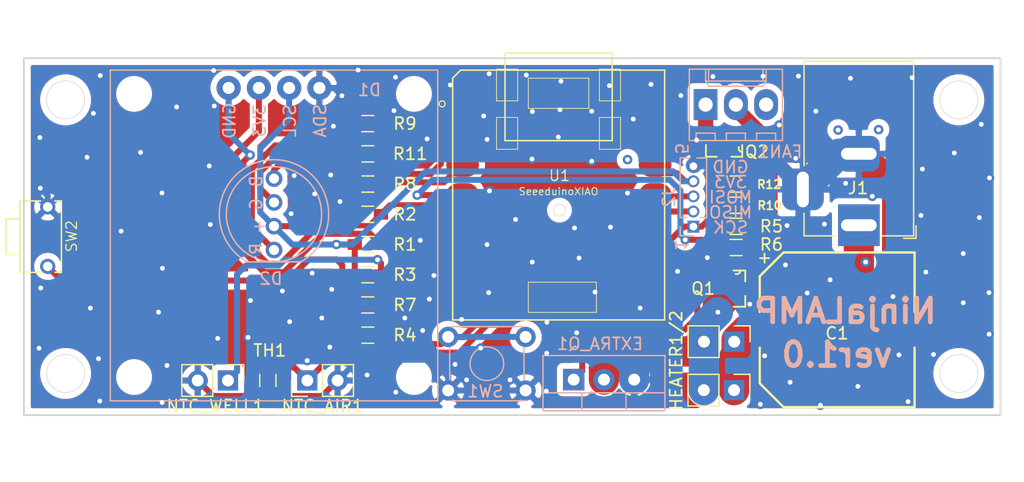
<source format=kicad_pcb>
(kicad_pcb (version 20171130) (host pcbnew "(5.1.6-0-10_14)")
  (layers (0 F.Cu signal) (31 B.Cu signal) (34 B.Paste user) (35 F.Paste user) (36 B.SilkS user) (37 F.SilkS user) (38 B.Mask user) (39 F.Mask user) (44 Edge.Cuts user))
  (net 0 "")
  (net 1 +12V)
  (net 2 GND)
  (net 3 +3V3)
  (net 4 SCL)
  (net 5 SDA)
  (net 6 "Net-(D2-Pad1)")
  (net 7 "Net-(D2-Pad4)")
  (net 8 /Q2)
  (net 9 D10)
  (net 10 TACT)
  (net 11 FAN)
  (net 12 AIN_AIR)
  (net 13 AIN_WELL)
  (net 14 /Q1)
  (net 15 HEATER)
  (net 16 LED_B)
  (net 17 LED_R)
  (net 18 LED_G)
  (net 19 "Net-(D2-Pad2)")
  (net 20 "Net-(FAN1-Pad1)")
  (net 21 "Net-(Q2-Pad1)")
  (module Pin_Headers:Pin_Header_Straight_1x05_Pitch1.27mm (layer B.Cu) (at 168.7325 101.697)
    (fp_text reference J2 (at -2.06 -2.47 -90) (layer B.SilkS) (effects (justify mirror)))
    (fp_text value Conn_01x05_Male)
    (pad 1 thru_hole rect (at 0 0) (size 1 1) (drill 0.65) (layers *.Cu *.Mask) (net 11 FAN))
    (pad 2 thru_hole oval (at 0 -1.27) (size 1 1) (drill 0.65) (layers *.Cu *.Mask) (net 10 TACT))
    (pad 3 thru_hole oval (at 0 -2.54) (size 1 1) (drill 0.65) (layers *.Cu *.Mask) (net 9 D10))
    (pad 4 thru_hole oval (at 0 -3.81) (size 1 1) (drill 0.65) (layers *.Cu *.Mask) (net 3 +3V3))
    (pad 5 thru_hole oval (at 0 -5.08) (size 1 1) (drill 0.65) (layers *.Cu *.Mask) (net 2 GND))
  )
  (module Ninja-qPCR:I2C_SSD1306_LCD (layer B.Cu) (at 133.52 88.54 180)
    (fp_text reference D1 (at -8.0075 -1.677) (layer B.SilkS) (effects (justify mirror)))
    (fp_text value I2C_SSD1306_LCD)
    (pad "" np_thru_hole circle (at -11.75 -2 180) (size 2 2) (drill 2) (layers *.Cu *.Mask))
    (pad "" np_thru_hole circle (at 11.75 -2 180) (size 2 2) (drill 2) (layers *.Cu *.Mask))
    (pad "" np_thru_hole circle (at 11.75 -25.8 180) (size 2 2) (drill 2) (layers *.Cu *.Mask))
    (pad "" np_thru_hole circle (at -11.75 -25.8 180) (size 2 2) (drill 2) (layers *.Cu *.Mask))
    (pad 4 thru_hole oval (at 3.81 -1.5 180) (size 2.032 2.032) (drill 1.016) (layers *.Cu *.Mask) (net 5 SDA))
    (pad 3 thru_hole oval (at 1.27 -1.5 180) (size 2.032 2.032) (drill 1.016) (layers *.Cu *.Mask) (net 4 SCL))
    (pad 2 thru_hole oval (at -1.27 -1.5 180) (size 2.032 2.032) (drill 1.016) (layers *.Cu *.Mask) (net 3 +3V3))
    (pad 1 thru_hole oval (at -3.81 -1.5 180) (size 2.032 2.032) (drill 1.016) (layers *.Cu *.Mask) (net 2 GND))
  )
  (module OPL_Optoelectronics:LED4-2.0-D8.0MM (layer B.Cu) (at 133.52 100.66 90)
    (fp_text reference D2 (at -5.407 -0.2625 180) (layer B.SilkS) (effects (justify mirror)))
    (fp_text value DIP-LED-RGB-COMMON-ANODE_4P-D8MM_)
    (fp_text user B (at 2.768914 -1.5 270) (layer B.SilkS) (effects (justify mirror)))
    (fp_text user G (at 0.863914 -1.5 270) (layer B.SilkS) (effects (justify mirror)))
    (fp_text user R (at -2.909686 -1.5 270) (layer B.SilkS) (effects (justify mirror)))
    (fp_text user + (at -1.02 -1.29 270) (layer B.SilkS) (effects (justify mirror)))
    (pad 4 thru_hole circle (at -2.99974 0 90) (size 1.39954 1.39954) (drill 0.84836) (layers *.Cu *.Mask) (net 7 "Net-(D2-Pad4)"))
    (pad 3 thru_hole circle (at -0.99822 0 90) (size 1.39954 1.39954) (drill 0.84836) (layers *.Cu *.Mask) (net 3 +3V3))
    (pad 2 thru_hole circle (at 0.99822 0 90) (size 1.39954 1.39954) (drill 0.84836) (layers *.Cu *.Mask) (net 19 "Net-(D2-Pad2)"))
    (pad 1 thru_hole circle (at 2.99974 0 90) (size 1.39954 1.39954) (drill 0.84836) (layers *.Cu *.Mask) (net 6 "Net-(D2-Pad1)"))
  )
  (module Ninja-qPCR:ELECTRO-SMD-C-12.5x13.5MM (layer F.Cu) (at 180.80302 110.36788 180)
    (fp_text reference C1 (at 0.0127 -0.29972) (layer F.SilkS))
    (fp_text value CP)
    (fp_text user + (at 6.096 6.096) (layer F.SilkS))
    (pad 1 smd rect (at 4.55 0 180) (size 5.2 1.7) (layers F.Cu F.Paste F.Mask) (net 1 +12V))
    (pad 2 smd rect (at -4.55 0 180) (size 5.2 1.7) (layers F.Cu F.Paste F.Mask) (net 2 GND))
  )
  (module Pin_Headers:Pin_Header_Straight_1x02_Pitch2.54mm (layer F.Cu) (at 172.14924 115.4428 270)
    (fp_text reference HEATER1 hide)
    (fp_text value Conn_01x02_Female)
    (pad 1 thru_hole rect (at 0 0 270) (size 1.7 1.7) (drill 1) (layers *.Cu *.Mask) (net 1 +12V))
    (pad 2 thru_hole oval (at 0 2.54 270) (size 1.7 1.7) (drill 1) (layers *.Cu *.Mask) (net 8 /Q2))
  )
  (module Pin_Headers:Pin_Header_Straight_1x02_Pitch2.54mm (layer F.Cu) (at 172.1594 111.3694 270)
    (fp_text reference HEATER2 hide)
    (fp_text value Conn_01x02_Female)
    (pad 2 thru_hole oval (at 0 2.54 270) (size 1.7 1.7) (drill 1) (layers *.Cu *.Mask) (net 8 /Q2))
    (pad 1 thru_hole rect (at 0 0 270) (size 1.7 1.7) (drill 1) (layers *.Cu *.Mask) (net 1 +12V))
  )
  (module Connector_BarrelJack:BarrelJack_Horizontal (layer F.Cu) (at 182.6242 101.5744 270)
    (fp_text reference J1 (at -3.11404 0.06858 180) (layer F.SilkS))
    (fp_text value Barrel_Jack_Switch)
    (pad 1 thru_hole rect (at 0 0 270) (size 3.5 3.5) (drill oval 1 3) (layers *.Cu *.Mask) (net 1 +12V))
    (pad 2 thru_hole roundrect (at -6 0 270) (size 3 3.5) (drill oval 1 3) (layers *.Cu *.Mask) (net 2 GND))
    (pad 3 thru_hole roundrect (at -3 4.7 270) (size 3.5 3.5) (drill oval 3 1) (layers *.Cu *.Mask) (net 2 GND))
  )
  (module Connectors_Molex:Molex_KK-6410-03_03x2.54mm_Straight (layer B.Cu) (at 169.7591 91.4398)
    (fp_text reference FAN1 (at 6.2534 3.9672) (layer B.SilkS) (effects (justify mirror)))
    (fp_text value Fan_3pin)
    (pad 1 thru_hole rect (at 0 0) (size 2 2.6) (drill 1.2) (layers *.Cu *.Mask) (net 20 "Net-(FAN1-Pad1)"))
    (pad 2 thru_hole oval (at 2.54 0) (size 2 2.6) (drill 1.2) (layers *.Cu *.Mask) (net 1 +12V))
    (pad 3 thru_hole oval (at 5.08 0) (size 2 2.6) (drill 1.2) (layers *.Cu *.Mask))
  )
  (module Pin_Headers:Pin_Header_Straight_1x02_Pitch2.54mm (layer F.Cu) (at 136.32 114.63 90)
    (fp_text reference NTC_AIR1 (at -2.147 1.2725) (layer F.SilkS))
    (fp_text value Conn_01x02_Female)
    (pad 1 thru_hole rect (at 0 0 90) (size 1.7 1.7) (drill 1) (layers *.Cu *.Mask) (net 12 AIN_AIR))
    (pad 2 thru_hole oval (at 0 2.54 90) (size 1.7 1.7) (drill 1) (layers *.Cu *.Mask) (net 2 GND))
  )
  (module Pin_Headers:Pin_Header_Straight_1x02_Pitch2.54mm (layer F.Cu) (at 129.6525 114.63 270)
    (fp_text reference NTC_WELL1 (at 2.147 1.06) (layer F.SilkS))
    (fp_text value Conn_01x02_Female)
    (pad 2 thru_hole oval (at 0 2.54 270) (size 1.7 1.7) (drill 1) (layers *.Cu *.Mask) (net 2 GND))
    (pad 1 thru_hole rect (at 0 0 270) (size 1.7 1.7) (drill 1) (layers *.Cu *.Mask) (net 13 AIN_WELL))
  )
  (module Ninja-qPCR:SOT95P240X112-3N (layer F.Cu) (at 172.3753 106.9084)
    (fp_text reference Q1 (at -2.8194 -0.00254) (layer F.SilkS))
    (fp_text value BSP89)
    (pad 3 smd rect (at 1.0922 0) (size 1.3208 0.5588) (layers F.Cu F.Paste F.Mask) (net 2 GND))
    (pad 2 smd rect (at -1.0922 0.9398) (size 1.3208 0.5588) (layers F.Cu F.Paste F.Mask) (net 8 /Q2))
    (pad 1 smd rect (at -1.0922 -0.9398) (size 1.3208 0.5588) (layers F.Cu F.Paste F.Mask) (net 14 /Q1))
  )
  (module Ninja-qPCR:SOT95P240X112-3N (layer F.Cu) (at 171.3085 95.1101 270)
    (fp_text reference Q2 (at 0.2969 -2.754 180) (layer F.SilkS))
    (fp_text value BSP89)
    (pad 1 smd rect (at -1.0922 -0.9398 270) (size 1.3208 0.5588) (layers F.Cu F.Paste F.Mask) (net 21 "Net-(Q2-Pad1)"))
    (pad 2 smd rect (at -1.0922 0.9398 270) (size 1.3208 0.5588) (layers F.Cu F.Paste F.Mask) (net 20 "Net-(FAN1-Pad1)"))
    (pad 3 smd rect (at 1.0922 0 270) (size 1.3208 0.5588) (layers F.Cu F.Paste F.Mask) (net 2 GND))
  )
  (module Resistors_SMD:R_0603_HandSoldering (layer F.Cu) (at 141.4 103.2 180)
    (fp_text reference R1 (at -3.1125 0) (layer F.SilkS))
    (fp_text value 47K)
    (pad 2 smd rect (at 1.1 0 180) (size 1.2 0.9) (layers F.Cu F.Paste F.Mask) (net 3 +3V3))
    (pad 1 smd rect (at -1.1 0 180) (size 1.2 0.9) (layers F.Cu F.Paste F.Mask) (net 4 SCL))
  )
  (module Resistors_SMD:R_0603_HandSoldering (layer F.Cu) (at 141.4 100.66 180)
    (fp_text reference R2 (at -3.1125 0) (layer F.SilkS))
    (fp_text value 47K)
    (pad 1 smd rect (at -1.1 0 180) (size 1.2 0.9) (layers F.Cu F.Paste F.Mask) (net 5 SDA))
    (pad 2 smd rect (at 1.1 0 180) (size 1.2 0.9) (layers F.Cu F.Paste F.Mask) (net 3 +3V3))
  )
  (module Resistors_SMD:R_0603_HandSoldering (layer F.Cu) (at 141.4 105.74)
    (fp_text reference R3 (at 3.1125 0) (layer F.SilkS))
    (fp_text value 47K)
    (pad 2 smd rect (at 1.1 0) (size 1.2 0.9) (layers F.Cu F.Paste F.Mask) (net 13 AIN_WELL))
    (pad 1 smd rect (at -1.1 0) (size 1.2 0.9) (layers F.Cu F.Paste F.Mask) (net 3 +3V3))
  )
  (module Resistors_SMD:R_0603_HandSoldering (layer F.Cu) (at 141.4 110.82)
    (fp_text reference R4 (at 3.1125 0) (layer F.SilkS))
    (fp_text value 47K)
    (pad 1 smd rect (at -1.1 0) (size 1.2 0.9) (layers F.Cu F.Paste F.Mask) (net 3 +3V3))
    (pad 2 smd rect (at 1.1 0) (size 1.2 0.9) (layers F.Cu F.Paste F.Mask) (net 12 AIN_AIR))
  )
  (module Resistors_SMD:R_0603_HandSoldering (layer F.Cu) (at 172.32196 101.676 180)
    (fp_text reference R5 (at -2.96418 0) (layer F.SilkS))
    (fp_text value 1K)
    (pad 2 smd rect (at 1.1 0 180) (size 1.2 0.9) (layers F.Cu F.Paste F.Mask) (net 15 HEATER))
    (pad 1 smd rect (at -1.1 0 180) (size 1.2 0.9) (layers F.Cu F.Paste F.Mask) (net 14 /Q1))
  )
  (module Resistors_SMD:R_0603_HandSoldering (layer F.Cu) (at 172.32196 103.454 180)
    (fp_text reference R6 (at -2.96418 0.254) (layer F.SilkS))
    (fp_text value 47K)
    (pad 1 smd rect (at -1.1 0 180) (size 1.2 0.9) (layers F.Cu F.Paste F.Mask) (net 2 GND))
    (pad 2 smd rect (at 1.1 0 180) (size 1.2 0.9) (layers F.Cu F.Paste F.Mask) (net 14 /Q1))
  )
  (module Resistors_SMD:R_0603_HandSoldering (layer F.Cu) (at 141.4 108.28 180)
    (fp_text reference R7 (at -3.1125 0) (layer F.SilkS))
    (fp_text value 47K)
    (pad 1 smd rect (at -1.1 0 180) (size 1.2 0.9) (layers F.Cu F.Paste F.Mask) (net 10 TACT))
    (pad 2 smd rect (at 1.1 0 180) (size 1.2 0.9) (layers F.Cu F.Paste F.Mask) (net 3 +3V3))
  )
  (module Resistors_SMD:R_0603_HandSoldering (layer F.Cu) (at 141.4 98.12 180)
    (fp_text reference R8 (at -3.1125 0) (layer F.SilkS))
    (fp_text value 15)
    (pad 2 smd rect (at 1.1 0 180) (size 1.2 0.9) (layers F.Cu F.Paste F.Mask) (net 6 "Net-(D2-Pad1)"))
    (pad 1 smd rect (at -1.1 0 180) (size 1.2 0.9) (layers F.Cu F.Paste F.Mask) (net 16 LED_B))
  )
  (module Resistors_SMD:R_0603_HandSoldering (layer F.Cu) (at 141.4 93.04 180)
    (fp_text reference R9 (at -3.1125 0) (layer F.SilkS))
    (fp_text value 75)
    (pad 1 smd rect (at -1.1 0 180) (size 1.2 0.9) (layers F.Cu F.Paste F.Mask) (net 17 LED_R))
    (pad 2 smd rect (at 1.1 0 180) (size 1.2 0.9) (layers F.Cu F.Paste F.Mask) (net 7 "Net-(D2-Pad4)"))
  )
  (module Resistors_SMD:R_0603_HandSoldering (layer F.Cu) (at 172.32196 99.898 180)
    (fp_text reference R10 (at -2.81054 -0.029) (layer F.SilkS) (effects (font (size 0.7 0.7))))
    (fp_text value 1K)
    (pad 1 smd rect (at -1.1 0 180) (size 1.2 0.9) (layers F.Cu F.Paste F.Mask) (net 21 "Net-(Q2-Pad1)"))
    (pad 2 smd rect (at 1.1 0 180) (size 1.2 0.9) (layers F.Cu F.Paste F.Mask) (net 11 FAN))
  )
  (module Resistors_SMD:R_0603_HandSoldering (layer F.Cu) (at 141.4 95.58 180)
    (fp_text reference R11 (at -3.556 0) (layer F.SilkS))
    (fp_text value 15)
    (pad 2 smd rect (at 1.1 0 180) (size 1.2 0.9) (layers F.Cu F.Paste F.Mask) (net 19 "Net-(D2-Pad2)"))
    (pad 1 smd rect (at -1.1 0 180) (size 1.2 0.9) (layers F.Cu F.Paste F.Mask) (net 18 LED_G))
  )
  (module Resistors_SMD:R_0603_HandSoldering (layer F.Cu) (at 172.32196 98.12)
    (fp_text reference R12 (at 2.78054 0.037) (layer F.SilkS) (effects (font (size 0.7 0.7))))
    (fp_text value 47K)
    (pad 2 smd rect (at 1.1 0) (size 1.2 0.9) (layers F.Cu F.Paste F.Mask) (net 21 "Net-(Q2-Pad1)"))
    (pad 1 smd rect (at -1.1 0) (size 1.2 0.9) (layers F.Cu F.Paste F.Mask) (net 2 GND))
  )
  (module Ninja-qPCR:SeeeduinoXIAO-MOUDLE14P-2.54-21X17.8MM (layer F.Cu) (at 148.52 109.54)
    (fp_text reference U1 (at 8.97344 -12.12612) (layer F.SilkS) (effects (font (size 0.889 0.889) (thickness 0.1016))))
    (fp_text value SeeeduinoXIAO (at 8.89 -10.795) (layer F.SilkS) (effects (font (size 0.6096 0.6096) (thickness 0.0762))))
    (pad 20 smd circle (at 10.238803 -16.264187 90) (size 1.143 1.143) (layers F.Cu F.Paste F.Mask))
    (pad 19 smd circle (at 7.698803 -16.264187 90) (size 1.143 1.143) (layers F.Cu F.Paste F.Mask))
    (pad 18 smd circle (at 10.238803 -18.804187 90) (size 1.143 1.143) (layers F.Cu F.Paste F.Mask))
    (pad 17 smd circle (at 7.698803 -18.804187 90) (size 1.143 1.143) (layers F.Cu F.Paste F.Mask))
    (pad 16 smd oval (at 10.25 -1.8 90) (size 2.032 1.016) (layers F.Cu F.Paste F.Mask))
    (pad 15 smd oval (at 7.7 -1.8 90) (size 2.032 1.016) (layers F.Cu F.Paste F.Mask))
    (pad 1 smd oval (at 0.83312 -18.11782) (size 2.74828 1.99898) (layers F.Cu F.Paste F.Mask) (net 17 LED_R))
    (pad 2 smd oval (at 0.83312 -15.57782) (size 2.74828 1.99898) (layers F.Cu F.Paste F.Mask) (net 18 LED_G))
    (pad 3 smd oval (at 0.83312 -13.03782) (size 2.74828 1.99898) (layers F.Cu F.Paste F.Mask) (net 16 LED_B))
    (pad 4 smd oval (at 0.83312 -10.49782) (size 2.74828 1.99898) (layers F.Cu F.Paste F.Mask) (net 15 HEATER))
    (pad 5 smd oval (at 0.83312 -7.95782) (size 2.74828 1.99898) (layers F.Cu F.Paste F.Mask) (net 5 SDA))
    (pad 6 smd oval (at 0.83312 -5.41782) (size 2.74828 1.99898) (layers F.Cu F.Paste F.Mask) (net 4 SCL))
    (pad 7 smd oval (at 0.83312 -2.87782) (size 2.74828 1.99898) (layers F.Cu F.Paste F.Mask) (net 13 AIN_WELL))
    (pad 8 smd oval (at 16.99768 -2.87782) (size 2.74828 1.99898) (layers F.Cu F.Paste F.Mask) (net 12 AIN_AIR))
    (pad 9 smd oval (at 16.99768 -5.41782) (size 2.74828 1.99898) (layers F.Cu F.Paste F.Mask) (net 11 FAN))
    (pad 10 smd oval (at 16.99768 -7.95782) (size 2.74828 1.99898) (layers F.Cu F.Paste F.Mask) (net 10 TACT))
    (pad 11 smd oval (at 16.99768 -10.49782) (size 2.74828 1.99898) (layers F.Cu F.Paste F.Mask) (net 9 D10))
    (pad 12 smd oval (at 16.99768 -13.03782) (size 2.74828 1.99898) (layers F.Cu F.Paste F.Mask) (net 3 +3V3))
    (pad 13 smd oval (at 16.99768 -15.57782) (size 2.74828 1.99898) (layers F.Cu F.Paste F.Mask) (net 2 GND))
    (pad 14 smd oval (at 16.99768 -18.11782) (size 2.74828 1.99898) (layers F.Cu F.Paste F.Mask))
  )
  (module TO_SOT_Packages_THT:TO-220-3_Vertical (layer B.Cu) (at 158.6825 114.557)
    (fp_text reference EXTRA_Q1 (at 2.2001 -3.00564) (layer B.SilkS) (effects (justify mirror)))
    (fp_text value BSP89)
    (pad 3 thru_hole oval (at 5.08 0) (size 1.8 1.8) (drill 1) (layers *.Cu *.Mask) (net 2 GND))
    (pad 2 thru_hole oval (at 2.54 0) (size 1.8 1.8) (drill 1) (layers *.Cu *.Mask) (net 8 /Q2))
    (pad 1 thru_hole rect (at 0 0) (size 1.8 1.8) (drill 1) (layers *.Cu *.Mask) (net 14 /Q1))
  )
  (module Ninja-qPCR:SW_TH_Tactile_Omron_B3F-10xx (layer B.Cu) (at 154.6425 110.967 180)
    (fp_text reference SW1 (at 3.37896 -4.5719) (layer B.SilkS) (effects (justify mirror)))
    (fp_text value TACTILE_4)
    (pad 4 thru_hole circle (at 6.5 -4.5 180) (size 1.7 1.7) (drill 1) (layers *.Cu *.Mask) (net 2 GND))
    (pad 3 thru_hole circle (at 0 -4.5 180) (size 1.7 1.7) (drill 1) (layers *.Cu *.Mask) (net 2 GND))
    (pad 2 thru_hole circle (at 6.5 0 180) (size 1.7 1.7) (drill 1) (layers *.Cu *.Mask) (net 10 TACT))
    (pad 1 thru_hole circle (at 0 0 180) (size 1.7 1.7) (drill 1) (layers *.Cu *.Mask) (net 10 TACT))
  )
  (module Resistors_SMD:R_0603_HandSoldering (layer F.Cu) (at 133.0025 114.627 270)
    (fp_text reference TH1 (at -2.52 -0.16 180) (layer F.SilkS))
    (fp_text value Thermistor)
    (pad 2 smd rect (at 1.1 0 270) (size 1.2 0.9) (layers F.Cu F.Paste F.Mask) (net 2 GND))
    (pad 1 smd rect (at -1.1 0 270) (size 1.2 0.9) (layers F.Cu F.Paste F.Mask) (net 12 AIN_AIR))
  )
  (module OPL_Switch:SW2-5.0-6.0X3.0X4.3MM (layer F.Cu) (at 114.52 102.54 90)
    (fp_text reference SW2 (at 0.033 2.0025 90) (layer F.SilkS) (effects (font (size 0.889 0.889) (thickness 0.1016))))
    (fp_text value DIP-BUTTON_2P-6.0X3.0X4.3MM_ hide)
    (pad 2 thru_hole circle (at 2.49936 0 90) (size 1.27 1.27) (drill 0.79756) (layers *.Cu *.Mask) (net 2 GND))
    (pad 1 thru_hole circle (at -2.49936 0 90) (size 1.27 1.27) (drill 0.79756) (layers *.Cu *.Mask) (net 10 TACT))
  )
  (gr_text ver1.0 (at 180.7925 112.467) (layer B.SilkS) (effects (font (size 2 2) (thickness 0.4)) (justify mirror)))
  (gr_text NinjaLAMP (at 181.4825 108.797) (layer B.SilkS) (effects (font (size 2 2) (thickness 0.4)) (justify mirror)))
  (gr_poly (pts (xy 135.0325 97.087) (xy 138.5425 97.087) (xy 139.2125 97.677) (xy 139.4725 99.697) (xy 139.0525 100.047) (xy 137.0525 100.087) (xy 136.0225 101.047) (xy 134.7425 101.097) (xy 134.6925 97.337) (xy 135.0425 97.077)) (layer F.Cu) (width 0.1))
  (gr_circle (center 157.488803 100.31218) (end 157.988803 100.31218) (layer Edge.Cuts) (width 0.05))
  (gr_text SCK (at 171.8525 101.767) (layer B.SilkS) (effects (font (size 1 1)) (justify mirror)))
  (gr_text MISO (at 171.8525 100.497) (layer B.SilkS) (effects (font (size 1 1)) (justify mirror)))
  (gr_text MOSI (at 171.8525 99.227) (layer B.SilkS) (effects (font (size 1 1)) (justify mirror)))
  (gr_text 3V3 (at 171.8525 97.957) (layer B.SilkS) (effects (font (size 1 1)) (justify mirror)))
  (gr_text GND (at 171.8525 96.687) (layer B.SilkS) (effects (font (size 1 1)) (justify mirror)))
  (gr_text 5 (at 167.7225 95.137 270) (layer B.SilkS) (effects (font (size 1 1)) (justify mirror)))
  (gr_text 1 (at 167.7225 103.237 270) (layer B.SilkS) (effects (font (size 1 1)) (justify mirror)))
  (gr_text SDA (at 137.3925 92.797 90) (layer B.SilkS) (effects (font (size 1 1)) (justify mirror)))
  (gr_text SCL (at 134.8525 92.797 90) (layer B.SilkS) (effects (font (size 1 1)) (justify mirror)))
  (gr_text 3V3 (at 132.3125 92.797 90) (layer B.SilkS) (effects (font (size 1 1)) (justify mirror)))
  (gr_text GND (at 129.7725 92.797 90) (layer B.SilkS) (effects (font (size 1 1)) (justify mirror)))
  (gr_text HEATER1/2 (at 167.28768 112.94852 90) (layer F.SilkS) (effects (font (size 1 1))))
  (gr_circle (center 116.02 91.04) (end 117.62 91.04) (layer Edge.Cuts) (width 0.05))
  (gr_circle (center 116.02 114.04) (end 117.62 114.04) (layer Edge.Cuts) (width 0.05))
  (gr_line (start 112.52 117.54) (end 194.52 117.54) (layer Edge.Cuts) (width 0.15))
  (gr_circle (center 191.02 114.04) (end 192.62 114.04) (layer Edge.Cuts) (width 0.05))
  (gr_circle (center 191.02 91.04) (end 192.62 91.04) (layer Edge.Cuts) (width 0.05))
  (gr_line (start 194.52 117.54) (end 194.52 87.54) (layer Edge.Cuts) (width 0.15))
  (gr_line (start 112.52 87.54) (end 112.52 117.54) (layer Edge.Cuts) (width 0.15))
  (gr_line (start 112.52 87.54) (end 194.52 87.54) (layer Edge.Cuts) (width 0.15))
  (via (at 163.2025 96.067) (size 0.8) (drill 0.4) (layers F.Cu B.Cu) (net 0))
  (via (at 180.8825 93.577) (size 0.8) (drill 0.4) (layers F.Cu B.Cu) (net 0))
  (via (at 184.2825 93.547) (size 0.8) (drill 0.4) (layers F.Cu B.Cu) (net 0))
  (segment (start 175.1693 109.28416) (end 176.25302 110.36788) (width 1.27) (layer F.Cu) (net 1))
  (segment (start 175.1693 94.665096) (end 175.1693 109.28416) (width 1.27) (layer F.Cu) (net 1))
  (segment (start 172.2991 91.4398) (end 172.2991 91.794896) (width 1.27) (layer F.Cu) (net 1))
  (segment (start 179.12662 110.36788) (end 176.25302 110.36788) (width 2.54) (layer F.Cu) (net 1))
  (segment (start 182.6242 106.8703) (end 179.12662 110.36788) (width 2.54) (layer F.Cu) (net 1))
  (segment (start 182.6242 101.5744) (end 182.6242 106.8703) (width 2.54) (layer F.Cu) (net 1))
  (segment (start 176.25302 110.36788) (end 174.16092 110.36788) (width 2.54) (layer F.Cu) (net 1))
  (segment (start 172.1594 115.43264) (end 172.14924 115.4428) (width 2.54) (layer F.Cu) (net 1))
  (segment (start 172.35941 112.504349) (end 172.35941 111.3694) (width 2.54) (layer F.Cu) (net 1))
  (segment (start 172.14924 112.714519) (end 172.35941 112.504349) (width 2.54) (layer F.Cu) (net 1))
  (segment (start 172.14924 115.4428) (end 172.14924 112.714519) (width 2.54) (layer F.Cu) (net 1))
  (segment (start 173.184479 110.36788) (end 172.35941 111.192949) (width 2.54) (layer F.Cu) (net 1))
  (segment (start 176.25302 110.36788) (end 173.184479 110.36788) (width 2.54) (layer F.Cu) (net 1))
  (segment (start 140.604001 112.885999) (end 146.73652 112.885999) (width 0.508) (layer B.Cu) (net 2))
  (segment (start 138.86 114.63) (end 140.604001 112.885999) (width 0.508) (layer B.Cu) (net 2))
  (segment (start 165.51768 93.96218) (end 166.64014 93.96218) (width 0.508) (layer F.Cu) (net 2))
  (segment (start 180.9242 95.5744) (end 177.9242 98.5744) (width 2.54) (layer B.Cu) (net 2))
  (segment (start 182.6242 95.5744) (end 180.9242 95.5744) (width 2.54) (layer B.Cu) (net 2))
  (segment (start 185.844201 98.794401) (end 182.6242 95.5744) (width 2.54) (layer F.Cu) (net 2))
  (segment (start 185.844201 109.876699) (end 185.844201 98.794401) (width 2.54) (layer F.Cu) (net 2))
  (segment (start 185.35302 110.36788) (end 185.844201 109.876699) (width 2.54) (layer F.Cu) (net 2))
  (segment (start 173.4753 106.9006) (end 173.4675 106.9084) (width 1.27) (layer F.Cu) (net 2))
  (segment (start 173.4675 106.9084) (end 173.4675 108.2165) (width 1.27) (layer F.Cu) (net 2))
  (via (at 173.4675 108.2165) (size 0.8) (drill 0.4) (layers F.Cu B.Cu) (net 2))
  (segment (start 177.9242 105.5124) (end 175.2201 108.2165) (width 1.27) (layer B.Cu) (net 2))
  (segment (start 175.2201 108.2165) (end 173.4675 108.2165) (width 1.27) (layer B.Cu) (net 2))
  (segment (start 177.9242 98.5744) (end 177.9242 105.5124) (width 1.27) (layer B.Cu) (net 2))
  (segment (start 169.652851 106.149591) (end 171.922749 106.149591) (width 2.54) (layer B.Cu) (net 2))
  (segment (start 173.4675 107.694342) (end 173.4675 108.2165) (width 2.54) (layer B.Cu) (net 2))
  (segment (start 171.922749 106.149591) (end 173.4675 107.694342) (width 2.54) (layer B.Cu) (net 2))
  (segment (start 177.9242 98.5744) (end 175.073079 95.723279) (width 1.27) (layer B.Cu) (net 2))
  (segment (start 171.3085 98.03346) (end 171.22196 98.12) (width 1.27) (layer F.Cu) (net 2))
  (segment (start 173.42196 106.86286) (end 173.4675 106.9084) (width 1.27) (layer F.Cu) (net 2))
  (segment (start 173.42196 103.454) (end 173.42196 106.86286) (width 1.27) (layer F.Cu) (net 2))
  (via (at 113.8625 94.207) (size 0.8) (drill 0.4) (layers F.Cu B.Cu) (net 2))
  (via (at 118.3525 92.177) (size 0.8) (drill 0.4) (layers F.Cu B.Cu) (net 2))
  (via (at 118.9325 88.997) (size 0.8) (drill 0.4) (layers F.Cu B.Cu) (net 2))
  (via (at 113.7925 111.917) (size 0.8) (drill 0.4) (layers F.Cu B.Cu) (net 2))
  (via (at 118.7825 112.797) (size 0.8) (drill 0.4) (layers F.Cu B.Cu) (net 2))
  (via (at 118.8925 116.357) (size 0.8) (drill 0.4) (layers F.Cu B.Cu) (net 2))
  (via (at 124.1225 116.477) (size 0.8) (drill 0.4) (layers F.Cu B.Cu) (net 2))
  (via (at 124.5325 113.367) (size 0.8) (drill 0.4) (layers F.Cu B.Cu) (net 2))
  (via (at 141.3325 114.167) (size 0.8) (drill 0.4) (layers F.Cu B.Cu) (net 2))
  (via (at 143.7425 115.617) (size 0.8) (drill 0.4) (layers F.Cu B.Cu) (net 2))
  (via (at 148.7225 113.277) (size 0.8) (drill 0.4) (layers F.Cu B.Cu) (net 2))
  (via (at 150.8725 111.907) (size 0.8) (drill 0.4) (layers F.Cu B.Cu) (net 2))
  (via (at 153.3325 114.577) (size 0.8) (drill 0.4) (layers F.Cu B.Cu) (net 2))
  (via (at 156.3825 115.517) (size 0.8) (drill 0.4) (layers F.Cu B.Cu) (net 2))
  (via (at 149.6925 114.577) (size 0.8) (drill 0.4) (layers F.Cu B.Cu) (net 2))
  (via (at 144.5025 109.377) (size 0.8) (drill 0.4) (layers F.Cu B.Cu) (net 2))
  (via (at 146.0025 110.427) (size 0.8) (drill 0.4) (layers F.Cu B.Cu) (net 2))
  (via (at 131.5425 107.907) (size 0.8) (drill 0.4) (layers F.Cu B.Cu) (net 2))
  (via (at 131.3425 111.007) (size 0.8) (drill 0.4) (layers F.Cu B.Cu) (net 2))
  (via (at 134.8325 109.687) (size 0.8) (drill 0.4) (layers F.Cu B.Cu) (net 2))
  (via (at 128.7925 111.087) (size 0.8) (drill 0.4) (layers F.Cu B.Cu) (net 2))
  (via (at 123.8225 108.887) (size 0.8) (drill 0.4) (layers F.Cu B.Cu) (net 2))
  (via (at 118.1025 108.547) (size 0.8) (drill 0.4) (layers F.Cu B.Cu) (net 2))
  (via (at 113.8925 98.467) (size 0.8) (drill 0.4) (layers F.Cu B.Cu) (net 2))
  (via (at 120.6825 102.077) (size 0.8) (drill 0.4) (layers F.Cu B.Cu) (net 2))
  (via (at 124.1525 105.197) (size 0.8) (drill 0.4) (layers F.Cu B.Cu) (net 2))
  (via (at 128.1725 101.517) (size 0.8) (drill 0.4) (layers F.Cu B.Cu) (net 2))
  (via (at 128.0825 96.597) (size 0.8) (drill 0.4) (layers F.Cu B.Cu) (net 2))
  (via (at 124.1125 98.867) (size 0.8) (drill 0.4) (layers F.Cu B.Cu) (net 2))
  (via (at 117.8225 95.867) (size 0.8) (drill 0.4) (layers F.Cu B.Cu) (net 2))
  (via (at 122.3125 95.457) (size 0.8) (drill 0.4) (layers F.Cu B.Cu) (net 2))
  (via (at 125.3425 91.637) (size 0.8) (drill 0.4) (layers F.Cu B.Cu) (net 2))
  (via (at 128.4525 88.577) (size 0.8) (drill 0.4) (layers F.Cu B.Cu) (net 2))
  (via (at 128.5025 91.557) (size 0.8) (drill 0.4) (layers F.Cu B.Cu) (net 2))
  (via (at 140.5825 88.537) (size 0.8) (drill 0.4) (layers F.Cu B.Cu) (net 2))
  (via (at 138.5025 93.257) (size 0.8) (drill 0.4) (layers F.Cu B.Cu) (net 2))
  (via (at 143.5925 91.947) (size 0.8) (drill 0.4) (layers F.Cu B.Cu) (net 2))
  (via (at 143.7225 89.137) (size 0.8) (drill 0.4) (layers F.Cu B.Cu) (net 2))
  (via (at 139.2225 90.697) (size 0.8) (drill 0.4) (layers F.Cu B.Cu) (net 2))
  (via (at 151.6125 98.697) (size 0.8) (drill 0.4) (layers F.Cu B.Cu) (net 2))
  (via (at 146.5625 107.787) (size 0.8) (drill 0.4) (layers F.Cu B.Cu) (net 2))
  (via (at 149.2725 109.497) (size 0.8) (drill 0.4) (layers F.Cu B.Cu) (net 2))
  (via (at 151.5425 107.247) (size 0.8) (drill 0.4) (layers F.Cu B.Cu) (net 2))
  (via (at 151.4025 103.207) (size 0.8) (drill 0.4) (layers F.Cu B.Cu) (net 2))
  (via (at 163.2025 98.877) (size 0.8) (drill 0.4) (layers F.Cu B.Cu) (net 2))
  (via (at 159.1325 104.337) (size 0.8) (drill 0.4) (layers F.Cu B.Cu) (net 2))
  (via (at 153.8025 101.097) (size 0.8) (drill 0.4) (layers F.Cu B.Cu) (net 2))
  (via (at 155.2025 104.677) (size 0.8) (drill 0.4) (layers F.Cu B.Cu) (net 2))
  (via (at 158.7525 101.807) (size 0.8) (drill 0.4) (layers F.Cu B.Cu) (net 2))
  (via (at 161.7725 101.737) (size 0.8) (drill 0.4) (layers F.Cu B.Cu) (net 2))
  (via (at 155.1825 96.017) (size 0.8) (drill 0.4) (layers F.Cu B.Cu) (net 2))
  (via (at 151.4125 94.367) (size 0.8) (drill 0.4) (layers F.Cu B.Cu) (net 2))
  (via (at 148.3225 89.787) (size 0.8) (drill 0.4) (layers F.Cu B.Cu) (net 2))
  (via (at 151.5825 88.847) (size 0.8) (drill 0.4) (layers F.Cu B.Cu) (net 2))
  (via (at 151.1225 92.397) (size 0.8) (drill 0.4) (layers F.Cu B.Cu) (net 2))
  (via (at 154.7025 88.957) (size 0.8) (drill 0.4) (layers F.Cu B.Cu) (net 2))
  (via (at 155.2125 92.027) (size 0.8) (drill 0.4) (layers F.Cu B.Cu) (net 2))
  (via (at 157.3925 94.167) (size 0.8) (drill 0.4) (layers F.Cu B.Cu) (net 2))
  (via (at 157.5325 91.877) (size 0.8) (drill 0.4) (layers F.Cu B.Cu) (net 2))
  (via (at 157.6125 89.477) (size 0.8) (drill 0.4) (layers F.Cu B.Cu) (net 2))
  (via (at 160.1925 91.997) (size 0.8) (drill 0.4) (layers F.Cu B.Cu) (net 2))
  (via (at 160.1925 96.197) (size 0.8) (drill 0.4) (layers F.Cu B.Cu) (net 2))
  (via (at 163.6825 92.657) (size 0.8) (drill 0.4) (layers F.Cu B.Cu) (net 2))
  (via (at 165.1725 89.737) (size 0.8) (drill 0.4) (layers F.Cu B.Cu) (net 2))
  (via (at 169.0025 94.427) (size 0.8) (drill 0.4) (layers F.Cu B.Cu) (net 2))
  (via (at 167.6825 90.677) (size 0.8) (drill 0.4) (layers F.Cu B.Cu) (net 2))
  (via (at 161.6825 89.847) (size 0.8) (drill 0.4) (layers F.Cu B.Cu) (net 2))
  (via (at 170.3725 89.087) (size 0.8) (drill 0.4) (layers F.Cu B.Cu) (net 2))
  (segment (start 172.2991 91.794896) (end 175.1693 94.665096) (width 1.27) (layer F.Cu) (net 1))
  (via (at 174.5825 89.057) (size 0.8) (drill 0.4) (layers F.Cu B.Cu) (net 2))
  (via (at 175.9325 93.157) (size 0.8) (drill 0.4) (layers F.Cu B.Cu) (net 2))
  (via (at 177.3225 95.957) (size 0.8) (drill 0.4) (layers F.Cu B.Cu) (net 2))
  (via (at 177.5525 89.047) (size 0.8) (drill 0.4) (layers F.Cu B.Cu) (net 2))
  (via (at 179.0125 91.997) (size 0.8) (drill 0.4) (layers F.Cu B.Cu) (net 2))
  (via (at 181.9225 89.227) (size 0.8) (drill 0.4) (layers F.Cu B.Cu) (net 2))
  (via (at 187.1025 89.177) (size 0.8) (drill 0.4) (layers F.Cu B.Cu) (net 2))
  (via (at 192.9025 93.097) (size 0.8) (drill 0.4) (layers F.Cu B.Cu) (net 2))
  (via (at 187.9625 96.857) (size 0.8) (drill 0.4) (layers F.Cu B.Cu) (net 2))
  (via (at 193.5925 97.607) (size 0.8) (drill 0.4) (layers F.Cu B.Cu) (net 2))
  (via (at 187.8425 100.757) (size 0.8) (drill 0.4) (layers F.Cu B.Cu) (net 2))
  (via (at 188.2525 105.517) (size 0.8) (drill 0.4) (layers F.Cu B.Cu) (net 2))
  (via (at 185.4925 107.577) (size 0.8) (drill 0.4) (layers F.Cu B.Cu) (net 2))
  (via (at 193.5625 110.737) (size 0.8) (drill 0.4) (layers F.Cu B.Cu) (net 2))
  (via (at 191.3925 108.097) (size 0.8) (drill 0.4) (layers F.Cu B.Cu) (net 2))
  (via (at 190.6425 95.507) (size 0.8) (drill 0.4) (layers F.Cu B.Cu) (net 2))
  (via (at 191.3925 103.957) (size 0.8) (drill 0.4) (layers F.Cu B.Cu) (net 2))
  (via (at 188.8925 112.447) (size 0.8) (drill 0.4) (layers F.Cu B.Cu) (net 2))
  (via (at 186.7625 116.407) (size 0.8) (drill 0.4) (layers F.Cu B.Cu) (net 2))
  (via (at 185.9925 112.477) (size 0.8) (drill 0.4) (layers F.Cu B.Cu) (net 2))
  (via (at 174.3525 116.627) (size 0.8) (drill 0.4) (layers F.Cu B.Cu) (net 2))
  (via (at 174.7125 112.557) (size 0.8) (drill 0.4) (layers F.Cu B.Cu) (net 2))
  (via (at 183.1925 104.677) (size 0.8) (drill 0.4) (layers F.Cu B.Cu) (net 1))
  (via (at 179.4025 116.707) (size 0.8) (drill 0.4) (layers F.Cu B.Cu) (net 2))
  (via (at 176.8525 114.777) (size 0.8) (drill 0.4) (layers F.Cu B.Cu) (net 2))
  (via (at 182.5425 115.127) (size 0.8) (drill 0.4) (layers F.Cu B.Cu) (net 2))
  (via (at 178.2925 107.277) (size 0.8) (drill 0.4) (layers F.Cu B.Cu) (net 2))
  (via (at 180.2125 106.167) (size 0.8) (drill 0.4) (layers F.Cu B.Cu) (net 2))
  (via (at 179.7325 101.487) (size 0.8) (drill 0.4) (layers F.Cu B.Cu) (net 2))
  (via (at 176.5925 101.607) (size 0.8) (drill 0.4) (layers F.Cu B.Cu) (net 2))
  (via (at 176.4625 104.917) (size 0.8) (drill 0.4) (layers F.Cu B.Cu) (net 2))
  (via (at 181.5125 98.057) (size 0.8) (drill 0.4) (layers F.Cu B.Cu) (net 2))
  (via (at 183.7525 99.147) (size 0.8) (drill 0.4) (layers F.Cu B.Cu) (net 2))
  (via (at 156.4125 112.337) (size 0.8) (drill 0.4) (layers F.Cu B.Cu) (net 2))
  (via (at 156.4325 109.737) (size 0.8) (drill 0.4) (layers F.Cu B.Cu) (net 2))
  (via (at 158.9325 110.617) (size 0.8) (drill 0.4) (layers F.Cu B.Cu) (net 2))
  (via (at 160.4725 107.197) (size 0.8) (drill 0.4) (layers F.Cu B.Cu) (net 2))
  (via (at 164.2625 108.547) (size 0.8) (drill 0.4) (layers F.Cu B.Cu) (net 2))
  (via (at 167.4025 105.457) (size 0.8) (drill 0.4) (layers F.Cu B.Cu) (net 2))
  (via (at 169.9025 104.307) (size 0.8) (drill 0.4) (layers F.Cu B.Cu) (net 2))
  (via (at 145.8025 102.847) (size 0.8) (drill 0.4) (layers F.Cu B.Cu) (net 2))
  (via (at 146.9425 105.807) (size 0.8) (drill 0.4) (layers F.Cu B.Cu) (net 2))
  (via (at 146.3725 94.327) (size 0.8) (drill 0.4) (layers F.Cu B.Cu) (net 2))
  (segment (start 169.082199 96.2023) (end 168.7325 96.551999) (width 1.27) (layer F.Cu) (net 2))
  (segment (start 171.3085 96.2023) (end 169.082199 96.2023) (width 1.27) (layer F.Cu) (net 2))
  (segment (start 171.22196 96.28884) (end 171.3085 96.2023) (width 1.27) (layer F.Cu) (net 2))
  (segment (start 171.22196 98.12) (end 171.22196 96.28884) (width 1.27) (layer F.Cu) (net 2))
  (segment (start 168.797501 96.551999) (end 168.7325 96.551999) (width 1.27) (layer B.Cu) (net 2))
  (segment (start 169.626221 95.723279) (end 168.797501 96.551999) (width 1.27) (layer B.Cu) (net 2))
  (segment (start 175.073079 95.723279) (end 169.626221 95.723279) (width 1.27) (layer B.Cu) (net 2))
  (via (at 192.7425 100.937) (size 0.8) (drill 0.4) (layers F.Cu B.Cu) (net 2))
  (via (at 193.5525 107.247) (size 0.8) (drill 0.4) (layers F.Cu B.Cu) (net 2))
  (segment (start 133.209501 115.934001) (end 133.0025 115.727) (width 0.508) (layer F.Cu) (net 2))
  (segment (start 137.555999 115.934001) (end 133.209501 115.934001) (width 0.508) (layer F.Cu) (net 2))
  (segment (start 138.86 114.63) (end 137.555999 115.934001) (width 0.508) (layer F.Cu) (net 2))
  (segment (start 128.416501 115.934001) (end 132.795499 115.934001) (width 0.508) (layer F.Cu) (net 2))
  (segment (start 132.795499 115.934001) (end 133.0025 115.727) (width 0.508) (layer F.Cu) (net 2))
  (segment (start 127.1125 114.63) (end 128.416501 115.934001) (width 0.508) (layer F.Cu) (net 2))
  (segment (start 148.1425 114.291979) (end 148.1425 115.467) (width 0.508) (layer B.Cu) (net 2))
  (segment (start 146.73652 112.885999) (end 148.1425 114.291979) (width 0.508) (layer B.Cu) (net 2))
  (segment (start 154.6425 115.467) (end 148.1425 115.467) (width 0.508) (layer B.Cu) (net 2))
  (segment (start 155.483539 116.335099) (end 161.524401 116.335099) (width 0.508) (layer B.Cu) (net 2))
  (segment (start 155.483539 116.308039) (end 155.483539 116.335099) (width 0.508) (layer B.Cu) (net 2))
  (segment (start 154.6425 115.467) (end 155.483539 116.308039) (width 0.508) (layer B.Cu) (net 2))
  (segment (start 163.7625 112.039942) (end 169.652851 106.149591) (width 2.54) (layer B.Cu) (net 2))
  (segment (start 163.7625 114.557) (end 163.7625 112.039942) (width 2.54) (layer B.Cu) (net 2))
  (segment (start 138.5655 90.04) (end 139.2225 90.697) (width 0.508) (layer B.Cu) (net 2))
  (segment (start 137.33 90.04) (end 138.5655 90.04) (width 0.508) (layer B.Cu) (net 2))
  (via (at 113.9325 106.857) (size 0.8) (drill 0.4) (layers F.Cu B.Cu) (net 2))
  (via (at 136.7225 105.607) (size 0.8) (drill 0.4) (layers F.Cu B.Cu) (net 2))
  (via (at 138.3625 106.967) (size 0.8) (drill 0.4) (layers F.Cu B.Cu) (net 2))
  (via (at 138.2025 111.827) (size 0.8) (drill 0.4) (layers F.Cu B.Cu) (net 2))
  (via (at 136.3025 112.957) (size 0.8) (drill 0.4) (layers F.Cu B.Cu) (net 2))
  (via (at 134.2225 107.107) (size 0.8) (drill 0.4) (layers F.Cu B.Cu) (net 2))
  (via (at 137.5325 109.377) (size 0.8) (drill 0.4) (layers F.Cu B.Cu) (net 2))
  (segment (start 114.52 99.0945) (end 113.8925 98.467) (width 0.508) (layer B.Cu) (net 2))
  (segment (start 114.52 100.04064) (end 114.52 99.0945) (width 0.508) (layer B.Cu) (net 2))
  (via (at 135.2125 97.407) (size 0.8) (drill 0.4) (layers F.Cu B.Cu) (net 2))
  (via (at 134.9525 100.607) (size 0.8) (drill 0.4) (layers F.Cu B.Cu) (net 2))
  (via (at 139.0625 99.587) (size 0.8) (drill 0.4) (layers F.Cu B.Cu) (net 2))
  (via (at 138.2825 97.357) (size 0.8) (drill 0.4) (layers F.Cu B.Cu) (net 2))
  (via (at 136.9325 98.947) (size 0.8) (drill 0.4) (layers F.Cu B.Cu) (net 2))
  (segment (start 137.5725 99.587) (end 136.9325 98.947) (width 0.508) (layer B.Cu) (net 2))
  (segment (start 139.0625 99.587) (end 137.5725 99.587) (width 0.508) (layer B.Cu) (net 2))
  (segment (start 138.2825 97.597) (end 136.9325 98.947) (width 0.508) (layer B.Cu) (net 2))
  (segment (start 138.2825 97.357) (end 138.2825 97.597) (width 0.508) (layer B.Cu) (net 2))
  (segment (start 136.6125 98.947) (end 134.9525 100.607) (width 0.508) (layer B.Cu) (net 2))
  (segment (start 136.9325 98.947) (end 136.6125 98.947) (width 0.508) (layer B.Cu) (net 2))
  (segment (start 135.3925 97.407) (end 136.9325 98.947) (width 0.508) (layer B.Cu) (net 2))
  (segment (start 135.2125 97.407) (end 135.3925 97.407) (width 0.508) (layer B.Cu) (net 2))
  (segment (start 138.2825 93.477) (end 138.5025 93.257) (width 0.508) (layer B.Cu) (net 2))
  (segment (start 138.2825 97.357) (end 138.2825 93.477) (width 0.508) (layer B.Cu) (net 2))
  (segment (start 138.5025 91.417) (end 139.2225 90.697) (width 0.508) (layer B.Cu) (net 2))
  (segment (start 138.5025 93.257) (end 138.5025 91.417) (width 0.508) (layer B.Cu) (net 2))
  (segment (start 132.366229 90.156229) (end 132.25 90.04) (width 0.508) (layer B.Cu) (net 4))
  (segment (start 133.52 101.65822) (end 132.366229 100.504449) (width 0.508) (layer B.Cu) (net 3))
  (segment (start 140.3 105.74) (end 140.3 103.2) (width 0.508) (layer F.Cu) (net 3))
  (via (at 138.7584 103.2) (size 0.8) (drill 0.4) (layers F.Cu B.Cu) (net 3))
  (segment (start 138.6949 103.2) (end 138.7584 103.2) (width 0.508) (layer B.Cu) (net 3))
  (segment (start 138.7584 103.2) (end 140.3 103.2) (width 0.508) (layer F.Cu) (net 3))
  (segment (start 140.3 105.74) (end 140.3 108.28) (width 0.508) (layer F.Cu) (net 3))
  (segment (start 140.3 110.82) (end 140.3 108.28) (width 0.508) (layer F.Cu) (net 3))
  (segment (start 165.51768 96.50218) (end 166.07378 97.05828) (width 0.508) (layer F.Cu) (net 3))
  (segment (start 132.366229 100.504449) (end 132.366229 95.118729) (width 0.508) (layer B.Cu) (net 3))
  (segment (start 168.025394 97.887) (end 167.3425 97.204106) (width 0.508) (layer F.Cu) (net 3))
  (segment (start 168.7325 97.887) (end 168.025394 97.887) (width 0.508) (layer F.Cu) (net 3))
  (segment (start 166.219606 97.204106) (end 165.51768 96.50218) (width 0.508) (layer F.Cu) (net 3))
  (segment (start 167.3425 97.204106) (end 166.219606 97.204106) (width 0.508) (layer F.Cu) (net 3))
  (segment (start 134.79 92.694958) (end 134.79 90.04) (width 0.508) (layer B.Cu) (net 3))
  (segment (start 132.366229 95.118729) (end 134.79 92.694958) (width 0.508) (layer B.Cu) (net 3))
  (segment (start 140.3 100.66) (end 137.226046 100.66) (width 0.508) (layer F.Cu) (net 3))
  (segment (start 136.227826 101.65822) (end 133.52 101.65822) (width 0.508) (layer F.Cu) (net 3))
  (segment (start 137.226046 100.66) (end 136.227826 101.65822) (width 0.508) (layer F.Cu) (net 3))
  (segment (start 140.123378 103.2) (end 138.7584 103.2) (width 0.508) (layer B.Cu) (net 3))
  (segment (start 146.265098 97.05828) (end 140.123378 103.2) (width 0.508) (layer B.Cu) (net 3))
  (segment (start 167.035057 97.05828) (end 146.265098 97.05828) (width 0.508) (layer B.Cu) (net 3))
  (segment (start 167.863777 97.887) (end 167.035057 97.05828) (width 0.508) (layer B.Cu) (net 3))
  (segment (start 168.7325 97.887) (end 167.863777 97.887) (width 0.508) (layer B.Cu) (net 3))
  (segment (start 135.06178 103.2) (end 133.52 101.65822) (width 0.508) (layer B.Cu) (net 3))
  (segment (start 138.7584 103.2) (end 135.06178 103.2) (width 0.508) (layer B.Cu) (net 3))
  (segment (start 143.554001 101.225499) (end 143.554001 102.145999) (width 0.508) (layer F.Cu) (net 4))
  (segment (start 143.554001 102.145999) (end 142.5 103.2) (width 0.508) (layer F.Cu) (net 4))
  (segment (start 144.170389 100.609111) (end 143.554001 101.225499) (width 0.508) (layer F.Cu) (net 4))
  (segment (start 147.52497 102.29403) (end 147.52497 100.99453) (width 0.508) (layer F.Cu) (net 4))
  (segment (start 149.35312 104.12218) (end 147.52497 102.29403) (width 0.508) (layer F.Cu) (net 4))
  (segment (start 147.139551 100.609111) (end 147.52497 100.99453) (width 0.508) (layer F.Cu) (net 4))
  (segment (start 144.170389 100.609111) (end 147.139551 100.609111) (width 0.508) (layer F.Cu) (net 4))
  (segment (start 132.25 93.677388) (end 132.25 90.04) (width 0.508) (layer F.Cu) (net 4))
  (segment (start 130.242199 103.090798) (end 130.242199 95.685189) (width 0.508) (layer F.Cu) (net 4))
  (segment (start 134.367078 105.521521) (end 132.672922 105.521521) (width 0.508) (layer F.Cu) (net 4))
  (segment (start 132.672922 105.521521) (end 130.242199 103.090798) (width 0.508) (layer F.Cu) (net 4))
  (segment (start 137.5926 102.295999) (end 134.367078 105.521521) (width 0.508) (layer F.Cu) (net 4))
  (segment (start 141.595999 102.295999) (end 137.5926 102.295999) (width 0.508) (layer F.Cu) (net 4))
  (segment (start 130.242199 95.685189) (end 132.25 93.677388) (width 0.508) (layer F.Cu) (net 4))
  (segment (start 142.5 103.2) (end 141.595999 102.295999) (width 0.508) (layer F.Cu) (net 4))
  (segment (start 141.595999 101.564001) (end 142.5 100.66) (width 0.508) (layer F.Cu) (net 5))
  (segment (start 141.572011 101.587989) (end 141.595999 101.564001) (width 0.508) (layer F.Cu) (net 5))
  (segment (start 134.073811 104.813511) (end 137.299333 101.587989) (width 0.508) (layer F.Cu) (net 5))
  (segment (start 130.950209 96.519915) (end 130.950209 102.797531) (width 0.508) (layer F.Cu) (net 5))
  (segment (start 137.299333 101.587989) (end 141.572011 101.587989) (width 0.508) (layer F.Cu) (net 5))
  (segment (start 130.950209 102.797531) (end 132.966189 104.813511) (width 0.508) (layer F.Cu) (net 5))
  (segment (start 132.966189 104.813511) (end 134.073811 104.813511) (width 0.508) (layer F.Cu) (net 5))
  (segment (start 149.35312 101.58218) (end 149.35312 101.47762) (width 0.508) (layer F.Cu) (net 5))
  (segment (start 149.35312 101.472389) (end 149.35312 101.58218) (width 0.508) (layer F.Cu) (net 5))
  (segment (start 147.781832 99.901101) (end 149.35312 101.472389) (width 0.508) (layer F.Cu) (net 5))
  (segment (start 143.258899 99.901101) (end 147.781832 99.901101) (width 0.508) (layer F.Cu) (net 5))
  (segment (start 142.5 100.66) (end 143.258899 99.901101) (width 0.508) (layer F.Cu) (net 5))
  (via (at 131.512229 95.679081) (size 0.8) (drill 0.4) (layers F.Cu B.Cu) (net 5))
  (segment (start 130.950209 96.241101) (end 131.512229 95.679081) (width 0.508) (layer F.Cu) (net 5))
  (segment (start 130.950209 96.519915) (end 130.950209 96.241101) (width 0.508) (layer F.Cu) (net 5))
  (segment (start 129.71 93.876852) (end 129.71 90.04) (width 0.508) (layer B.Cu) (net 5))
  (segment (start 131.512229 95.679081) (end 129.71 93.876852) (width 0.508) (layer B.Cu) (net 5))
  (segment (start 140.3 97.2745) (end 139.31351 96.28801) (width 0.508) (layer F.Cu) (net 6))
  (segment (start 140.3 98.12) (end 140.3 97.2745) (width 0.508) (layer F.Cu) (net 6))
  (segment (start 139.31351 96.28801) (end 134.185944 96.28801) (width 0.508) (layer F.Cu) (net 6))
  (segment (start 133.52 96.953954) (end 133.52 97.66026) (width 0.508) (layer F.Cu) (net 6))
  (segment (start 134.185944 96.28801) (end 133.52 96.953954) (width 0.508) (layer F.Cu) (net 6))
  (segment (start 131.658219 96.813182) (end 133.599411 94.87199) (width 0.508) (layer F.Cu) (net 7))
  (segment (start 131.658219 101.797959) (end 131.658219 96.813182) (width 0.508) (layer F.Cu) (net 7))
  (segment (start 133.52 103.65974) (end 131.658219 101.797959) (width 0.508) (layer F.Cu) (net 7))
  (segment (start 138.46801 94.87199) (end 140.3 93.04) (width 0.508) (layer F.Cu) (net 7))
  (segment (start 133.599411 94.87199) (end 138.46801 94.87199) (width 0.508) (layer F.Cu) (net 7))
  (via (at 170.7878 108.8896) (size 0.8) (drill 0.4) (layers F.Cu B.Cu) (net 8))
  (segment (start 169.6194 110.058) (end 170.7878 108.8896) (width 2.54) (layer B.Cu) (net 8))
  (segment (start 170.7878 108.3435) (end 171.2831 107.8482) (width 2.54) (layer F.Cu) (net 8))
  (segment (start 170.7878 108.8896) (end 170.7878 108.3435) (width 2.54) (layer F.Cu) (net 8))
  (segment (start 169.6194 115.43264) (end 169.60924 115.4428) (width 2.54) (layer B.Cu) (net 8))
  (segment (start 169.465878 111.3694) (end 169.042639 111.792639) (width 2.54) (layer F.Cu) (net 8))
  (segment (start 169.6194 111.3694) (end 169.465878 111.3694) (width 2.54) (layer F.Cu) (net 8))
  (segment (start 169.60924 111.37956) (end 169.6194 111.3694) (width 2.54) (layer B.Cu) (net 8))
  (segment (start 169.60924 115.4428) (end 169.60924 111.37956) (width 2.54) (layer B.Cu) (net 8))
  (segment (start 169.6194 111.3694) (end 169.6194 110.058) (width 2.54) (layer B.Cu) (net 8))
  (segment (start 162.624899 112.186999) (end 161.2225 113.589398) (width 2.54) (layer F.Cu) (net 8))
  (segment (start 161.2225 113.589398) (end 161.2225 114.557) (width 2.54) (layer F.Cu) (net 8))
  (segment (start 168.801801 112.186999) (end 162.624899 112.186999) (width 2.54) (layer F.Cu) (net 8))
  (segment (start 169.6194 111.3694) (end 168.801801 112.186999) (width 2.54) (layer F.Cu) (net 8))
  (segment (start 165.6325 99.157) (end 165.51768 99.04218) (width 0.508) (layer F.Cu) (net 9))
  (segment (start 168.7325 99.157) (end 165.6325 99.157) (width 0.508) (layer F.Cu) (net 9))
  (segment (start 165.51768 101.58218) (end 165.70002 101.58218) (width 0.508) (layer F.Cu) (net 10))
  (segment (start 154.800743 105.56198) (end 149.377623 110.9851) (width 0.508) (layer F.Cu) (net 10))
  (segment (start 162.88752 105.56198) (end 154.800743 105.56198) (width 0.508) (layer F.Cu) (net 10))
  (segment (start 163.6125 103.48736) (end 163.6125 104.837) (width 0.508) (layer F.Cu) (net 10))
  (segment (start 163.6125 104.837) (end 162.88752 105.56198) (width 0.508) (layer F.Cu) (net 10))
  (segment (start 165.51768 101.58218) (end 163.6125 103.48736) (width 0.508) (layer F.Cu) (net 10))
  (segment (start 166.67286 100.427) (end 165.51768 101.58218) (width 0.508) (layer F.Cu) (net 10))
  (segment (start 168.7325 100.427) (end 166.67286 100.427) (width 0.508) (layer F.Cu) (net 10))
  (segment (start 148.1606 110.9851) (end 148.1425 110.967) (width 0.508) (layer F.Cu) (net 10))
  (segment (start 149.377623 110.9851) (end 148.1606 110.9851) (width 0.508) (layer F.Cu) (net 10))
  (segment (start 147.5325 111.577) (end 148.1425 110.967) (width 0.508) (layer F.Cu) (net 10))
  (segment (start 143.554001 109.334001) (end 143.554001 110.872725) (width 0.508) (layer F.Cu) (net 10))
  (segment (start 144.258276 111.577) (end 147.5325 111.577) (width 0.508) (layer F.Cu) (net 10))
  (segment (start 143.554001 110.872725) (end 144.258276 111.577) (width 0.508) (layer F.Cu) (net 10))
  (segment (start 142.5 108.28) (end 143.554001 109.334001) (width 0.508) (layer F.Cu) (net 10))
  (segment (start 154.6425 110.967) (end 148.1425 110.967) (width 0.508) (layer B.Cu) (net 10))
  (segment (start 138.7762 104.457) (end 136.432875 104.457) (width 0.508) (layer F.Cu) (net 10))
  (segment (start 139.245999 104.926799) (end 138.7762 104.457) (width 0.508) (layer F.Cu) (net 10))
  (segment (start 136.432875 104.457) (end 134.660345 106.229531) (width 0.508) (layer F.Cu) (net 10))
  (segment (start 139.245999 111.633201) (end 139.245999 104.926799) (width 0.508) (layer F.Cu) (net 10))
  (segment (start 140.900202 112.087) (end 139.699798 112.087) (width 0.508) (layer F.Cu) (net 10))
  (segment (start 141.354001 111.633201) (end 140.900202 112.087) (width 0.508) (layer F.Cu) (net 10))
  (segment (start 139.699798 112.087) (end 139.245999 111.633201) (width 0.508) (layer F.Cu) (net 10))
  (segment (start 134.660345 106.229531) (end 115.682031 106.229531) (width 0.508) (layer F.Cu) (net 10))
  (segment (start 141.354001 109.425999) (end 141.354001 111.633201) (width 0.508) (layer F.Cu) (net 10))
  (segment (start 115.682031 106.229531) (end 114.4925 105.04) (width 0.508) (layer F.Cu) (net 10))
  (segment (start 142.5 108.28) (end 141.354001 109.425999) (width 0.508) (layer F.Cu) (net 10))
  (segment (start 167.94286 101.697) (end 165.51768 104.12218) (width 0.508) (layer F.Cu) (net 11))
  (segment (start 168.7325 101.697) (end 167.94286 101.697) (width 0.508) (layer F.Cu) (net 11))
  (segment (start 169.42296 101.697) (end 168.7325 101.697) (width 0.508) (layer F.Cu) (net 11))
  (segment (start 171.22196 99.898) (end 169.42296 101.697) (width 0.508) (layer F.Cu) (net 11))
  (segment (start 135.217 113.527) (end 136.32 114.63) (width 0.508) (layer F.Cu) (net 12))
  (segment (start 133.0025 113.527) (end 135.217 113.527) (width 0.508) (layer F.Cu) (net 12))
  (segment (start 165.12549 106.26999) (end 165.51768 106.66218) (width 0.508) (layer F.Cu) (net 12))
  (segment (start 149.074899 112.289101) (end 155.09401 106.26999) (width 0.508) (layer F.Cu) (net 12))
  (segment (start 155.09401 106.26999) (end 165.12549 106.26999) (width 0.508) (layer F.Cu) (net 12))
  (segment (start 141.193469 112.79501) (end 141.699378 112.289101) (width 0.508) (layer F.Cu) (net 12))
  (segment (start 138.15499 112.79501) (end 141.193469 112.79501) (width 0.508) (layer F.Cu) (net 12))
  (segment (start 136.32 114.63) (end 138.15499 112.79501) (width 0.508) (layer F.Cu) (net 12))
  (segment (start 142.594601 112.289101) (end 149.074899 112.289101) (width 0.508) (layer F.Cu) (net 12))
  (segment (start 142.5 112.1945) (end 142.594601 112.289101) (width 0.508) (layer F.Cu) (net 12))
  (segment (start 142.5 110.82) (end 142.5 112.1945) (width 0.508) (layer F.Cu) (net 12))
  (segment (start 141.699378 112.289101) (end 142.594601 112.289101) (width 0.508) (layer F.Cu) (net 12))
  (segment (start 149.437541 106.746601) (end 149.35312 106.66218) (width 0.508) (layer F.Cu) (net 13))
  (via (at 142.2125 104.477) (size 0.8) (drill 0.4) (layers F.Cu B.Cu) (net 13))
  (segment (start 142.5 105.74) (end 142.5938 105.74) (width 0.508) (layer F.Cu) (net 13))
  (segment (start 143.6125 103.088776) (end 143.6125 104.6275) (width 0.508) (layer F.Cu) (net 13))
  (segment (start 144.26201 102.439266) (end 143.6125 103.088776) (width 0.508) (layer F.Cu) (net 13))
  (segment (start 144.582379 101.317121) (end 144.262011 101.637489) (width 0.508) (layer F.Cu) (net 13))
  (segment (start 146.81696 102.01146) (end 146.122621 101.317121) (width 0.508) (layer F.Cu) (net 13))
  (segment (start 146.81696 104.12602) (end 146.81696 102.01146) (width 0.508) (layer F.Cu) (net 13))
  (segment (start 143.6125 104.6275) (end 142.5 105.74) (width 0.508) (layer F.Cu) (net 13))
  (segment (start 144.262011 101.637489) (end 144.26201 102.439266) (width 0.508) (layer F.Cu) (net 13))
  (segment (start 146.122621 101.317121) (end 144.582379 101.317121) (width 0.508) (layer F.Cu) (net 13))
  (segment (start 149.35312 106.66218) (end 146.81696 104.12602) (width 0.508) (layer F.Cu) (net 13))
  (segment (start 142.5 105.74) (end 142.5355 105.74) (width 0.508) (layer F.Cu) (net 13))
  (segment (start 142.5 104.7645) (end 142.2125 104.477) (width 0.508) (layer F.Cu) (net 13))
  (segment (start 142.5 105.74) (end 142.5 104.7645) (width 0.508) (layer F.Cu) (net 13))
  (segment (start 131.1525 104.967) (end 130.41801 105.70149) (width 0.508) (layer B.Cu) (net 13))
  (segment (start 130.41801 113.86449) (end 129.6525 114.63) (width 0.508) (layer B.Cu) (net 13))
  (segment (start 142.2125 104.477) (end 134.410322 104.477) (width 0.508) (layer B.Cu) (net 13))
  (segment (start 133.920322 104.967) (end 131.1525 104.967) (width 0.508) (layer B.Cu) (net 13))
  (segment (start 130.41801 105.70149) (end 130.41801 113.86449) (width 0.508) (layer B.Cu) (net 13))
  (segment (start 134.410322 104.477) (end 133.920322 104.967) (width 0.508) (layer B.Cu) (net 13))
  (segment (start 170.724582 105.9686) (end 171.2831 105.9686) (width 0.508) (layer F.Cu) (net 14))
  (segment (start 170.78 103.454) (end 170.78 105.5671) (width 0.508) (layer F.Cu) (net 14))
  (segment (start 171.1815 105.9686) (end 171.2831 105.9686) (width 0.508) (layer F.Cu) (net 14))
  (segment (start 170.78 105.5671) (end 171.1815 105.9686) (width 0.508) (layer F.Cu) (net 14))
  (segment (start 171.22196 103.454) (end 171.36946 103.454) (width 0.508) (layer F.Cu) (net 14))
  (segment (start 173.14746 101.676) (end 173.42196 101.676) (width 0.508) (layer F.Cu) (net 14))
  (segment (start 171.36946 103.454) (end 173.14746 101.676) (width 0.508) (layer F.Cu) (net 14))
  (segment (start 159.39678 112.977) (end 159.39678 113.84272) (width 0.508) (layer F.Cu) (net 14))
  (segment (start 161.91079 110.46299) (end 159.39678 112.977) (width 0.508) (layer F.Cu) (net 14))
  (segment (start 169.06379 109.28571) (end 167.886511 110.462989) (width 0.508) (layer F.Cu) (net 14))
  (segment (start 167.886511 110.462989) (end 161.91079 110.46299) (width 0.508) (layer F.Cu) (net 14))
  (segment (start 169.06379 107.629392) (end 169.06379 109.28571) (width 0.508) (layer F.Cu) (net 14))
  (segment (start 159.39678 113.84272) (end 158.6825 114.557) (width 0.508) (layer F.Cu) (net 14))
  (segment (start 171.195309 106.124191) (end 170.568991 106.124191) (width 0.508) (layer F.Cu) (net 14))
  (segment (start 170.568991 106.124191) (end 169.06379 107.629392) (width 0.508) (layer F.Cu) (net 14))
  (segment (start 171.2831 106.0364) (end 171.195309 106.124191) (width 0.508) (layer F.Cu) (net 14))
  (segment (start 171.2831 105.9686) (end 171.2831 106.0364) (width 0.508) (layer F.Cu) (net 14))
  (segment (start 172.98 94.7496) (end 172.98 98.12) (width 0.508) (layer F.Cu) (net 21))
  (segment (start 172.2483 94.0179) (end 172.98 94.7496) (width 0.508) (layer F.Cu) (net 21))
  (segment (start 173.42196 100.152) (end 173.42196 98.12) (width 0.508) (layer F.Cu) (net 21))
  (via (at 145.5402 99.0471) (size 0.8) (drill 0.4) (layers F.Cu B.Cu) (net 15))
  (segment (start 149.3482 99.0471) (end 149.35312 99.04218) (width 0.508) (layer F.Cu) (net 15))
  (segment (start 145.5402 99.0471) (end 149.3482 99.0471) (width 0.508) (layer F.Cu) (net 15))
  (via (at 168.04655 102.80105) (size 0.8) (drill 0.4) (layers F.Cu B.Cu) (net 15))
  (segment (start 170.09691 102.80105) (end 168.04655 102.80105) (width 0.508) (layer F.Cu) (net 15))
  (segment (start 171.22196 101.676) (end 170.09691 102.80105) (width 0.508) (layer F.Cu) (net 15))
  (segment (start 146.82101 97.76629) (end 145.5402 99.0471) (width 0.508) (layer B.Cu) (net 15))
  (segment (start 166.74179 97.76629) (end 146.82101 97.76629) (width 0.508) (layer B.Cu) (net 15))
  (segment (start 167.646551 98.671051) (end 166.74179 97.76629) (width 0.508) (layer B.Cu) (net 15))
  (segment (start 167.646551 102.401051) (end 167.646551 98.671051) (width 0.508) (layer B.Cu) (net 15))
  (segment (start 168.04655 102.80105) (end 167.646551 102.401051) (width 0.508) (layer B.Cu) (net 15))
  (segment (start 149.35312 96.50218) (end 149.25732 96.50218) (width 0.508) (layer F.Cu) (net 16))
  (segment (start 149.25732 96.50218) (end 147.7825 97.977) (width 0.508) (layer F.Cu) (net 16))
  (segment (start 142.643 97.977) (end 142.5 98.12) (width 0.508) (layer F.Cu) (net 16))
  (segment (start 147.7825 97.977) (end 142.643 97.977) (width 0.508) (layer F.Cu) (net 16))
  (segment (start 149.35312 91.42218) (end 148.73282 91.42218) (width 0.508) (layer F.Cu) (net 17))
  (segment (start 147.52497 94.789054) (end 146.81696 95.497063) (width 0.508) (layer F.Cu) (net 17))
  (segment (start 147.52497 93.25033) (end 147.52497 94.789054) (width 0.508) (layer F.Cu) (net 17))
  (segment (start 149.35312 91.42218) (end 147.52497 93.25033) (width 0.508) (layer F.Cu) (net 17))
  (segment (start 146.81696 95.497063) (end 146.81696 96.131264) (width 0.508) (layer F.Cu) (net 17))
  (segment (start 146.81696 96.131264) (end 146.387244 96.56098) (width 0.508) (layer F.Cu) (net 17))
  (segment (start 146.387244 96.56098) (end 144.482256 96.56098) (width 0.508) (layer F.Cu) (net 17))
  (segment (start 144.482256 96.56098) (end 143.554001 95.632725) (width 0.508) (layer F.Cu) (net 17))
  (segment (start 143.554001 94.094001) (end 142.5 93.04) (width 0.508) (layer F.Cu) (net 17))
  (segment (start 143.554001 95.632725) (end 143.554001 94.094001) (width 0.508) (layer F.Cu) (net 17))
  (segment (start 149.35312 93.96218) (end 147.52497 95.79033) (width 0.508) (layer F.Cu) (net 18))
  (segment (start 147.52497 96.42453) (end 146.68051 97.26899) (width 0.508) (layer F.Cu) (net 18))
  (segment (start 147.52497 95.79033) (end 147.52497 96.42453) (width 0.508) (layer F.Cu) (net 18))
  (segment (start 144.18899 97.26899) (end 142.5 95.58) (width 0.508) (layer F.Cu) (net 18))
  (segment (start 146.68051 97.26899) (end 144.18899 97.26899) (width 0.508) (layer F.Cu) (net 18))
  (segment (start 133.892678 95.58) (end 140.3 95.58) (width 0.508) (layer F.Cu) (net 19))
  (segment (start 132.366229 98.508009) (end 132.366229 97.106449) (width 0.508) (layer F.Cu) (net 19))
  (segment (start 132.366229 97.106449) (end 133.892678 95.58) (width 0.508) (layer F.Cu) (net 19))
  (segment (start 133.52 99.66178) (end 132.366229 98.508009) (width 0.508) (layer F.Cu) (net 19))
  (segment (start 169.7591 93.4083) (end 170.3687 94.0179) (width 1.27) (layer F.Cu) (net 20))
  (segment (start 169.7591 91.4398) (end 169.7591 93.4083) (width 1.27) (layer F.Cu) (net 20))
  (zone (net 2) (net_name GND) (layer F.Cu) (connect_pads (clearance 0.508)) (min_thickness 0.254) (fill yes (arc_segments 32) (thermal_gap 0.508) (thermal_bridge_width 0.508))
    (polygon (pts (xy 195.5125 118.217) (xy 111.5125 118.217) (xy 111.5125 86.217) (xy 195.5125 86.217)))
  )
  (zone (net 2) (net_name GND) (layer B.Cu) (connect_pads (clearance 0.508)) (min_thickness 0.254) (fill yes (arc_segments 32) (thermal_gap 0.508) (thermal_bridge_width 0.508))
    (polygon (pts (xy 196.5125 119.217) (xy 110.5125 119.217) (xy 110.5125 85.217) (xy 196.5125 85.217)))
  )
)
</source>
